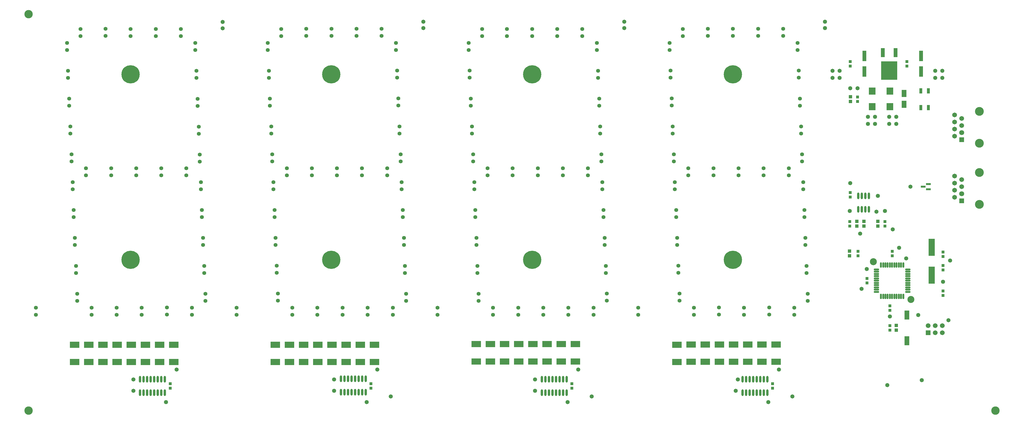
<source format=gts>
%FSLAX24Y24*%
%MOIN*%
G70*
G01*
G75*
G04 Layer_Color=8388736*
%ADD10R,0.1299X0.0787*%
%ADD11R,0.0866X0.0925*%
%ADD12R,0.0610X0.0925*%
%ADD13R,0.0335X0.0335*%
%ADD14R,0.0394X0.0394*%
%ADD15O,0.0236X0.0866*%
%ADD16O,0.0236X0.0866*%
%ADD17R,0.0787X0.2362*%
%ADD18R,0.0354X0.0354*%
%ADD19R,0.0630X0.1181*%
%ADD20C,0.0394*%
%ADD21R,0.0335X0.0669*%
%ADD22R,0.0472X0.1378*%
%ADD23R,0.2185X0.2559*%
%ADD24R,0.0492X0.1201*%
%ADD25O,0.0689X0.0217*%
%ADD26O,0.0217X0.0689*%
%ADD27R,0.0630X0.0236*%
%ADD28R,0.0630X0.0236*%
%ADD29C,0.0150*%
%ADD30C,0.0250*%
%ADD31C,0.0500*%
%ADD32C,0.0100*%
%ADD33C,0.0300*%
%ADD34C,0.2500*%
%ADD35C,0.0472*%
%ADD36R,0.0591X0.0591*%
%ADD37C,0.0591*%
%ADD38C,0.0472*%
%ADD39C,0.0591*%
%ADD40R,0.0591X0.0591*%
%ADD41C,0.0630*%
%ADD42C,0.1161*%
%ADD43C,0.0500*%
%ADD44C,0.0098*%
%ADD45C,0.0236*%
%ADD46C,0.0079*%
%ADD47R,0.1379X0.0867*%
%ADD48R,0.0946X0.1005*%
%ADD49R,0.0690X0.1005*%
%ADD50R,0.0415X0.0415*%
%ADD51R,0.0474X0.0474*%
%ADD52O,0.0316X0.0946*%
%ADD53O,0.0316X0.0946*%
%ADD54R,0.0867X0.2442*%
%ADD55R,0.0434X0.0434*%
%ADD56R,0.0710X0.1261*%
%ADD57C,0.0984*%
%ADD58R,0.0415X0.0749*%
%ADD59R,0.0552X0.1458*%
%ADD60R,0.2265X0.2639*%
%ADD61R,0.0572X0.1281*%
%ADD62C,0.1181*%
%ADD63O,0.0769X0.0297*%
%ADD64O,0.0297X0.0769*%
%ADD65R,0.0710X0.0316*%
%ADD66R,0.0710X0.0316*%
%ADD67C,0.2580*%
%ADD68C,0.0552*%
%ADD69R,0.0671X0.0671*%
%ADD70C,0.0671*%
%ADD71C,0.0552*%
%ADD72C,0.0671*%
%ADD73R,0.0671X0.0671*%
%ADD74C,0.0710*%
%ADD75C,0.1241*%
%ADD76C,0.0580*%
D47*
X73000Y52820D02*
D03*
Y50380D02*
D03*
X162040Y50409D02*
D03*
Y52850D02*
D03*
X164040Y50409D02*
D03*
Y52850D02*
D03*
X160040Y50409D02*
D03*
Y52850D02*
D03*
X172040Y50409D02*
D03*
Y52850D02*
D03*
X158040Y50380D02*
D03*
Y52820D02*
D03*
X131700Y52900D02*
D03*
Y50459D02*
D03*
X135700D02*
D03*
Y52900D02*
D03*
X139700Y52900D02*
D03*
Y50459D02*
D03*
X103340Y52820D02*
D03*
Y50380D02*
D03*
X105340Y52820D02*
D03*
Y50380D02*
D03*
X107340Y52820D02*
D03*
Y50380D02*
D03*
X111340Y52820D02*
D03*
Y50380D02*
D03*
X113340D02*
D03*
Y52820D02*
D03*
X115340D02*
D03*
Y50380D02*
D03*
X166040Y52850D02*
D03*
Y50409D02*
D03*
X168040Y52850D02*
D03*
Y50409D02*
D03*
X170040Y52850D02*
D03*
Y50409D02*
D03*
X87000Y52820D02*
D03*
Y50380D02*
D03*
X85000D02*
D03*
Y52820D02*
D03*
X83000D02*
D03*
Y50380D02*
D03*
X81000Y50380D02*
D03*
Y52820D02*
D03*
X79000Y50380D02*
D03*
Y52820D02*
D03*
X77000Y50380D02*
D03*
Y52820D02*
D03*
X75000Y50380D02*
D03*
Y52820D02*
D03*
X143700Y50459D02*
D03*
Y52900D02*
D03*
X141700Y50459D02*
D03*
Y52900D02*
D03*
X137700Y50459D02*
D03*
Y52900D02*
D03*
X133700Y50459D02*
D03*
Y52900D02*
D03*
X129700Y52900D02*
D03*
Y50459D02*
D03*
X101340Y52820D02*
D03*
Y50380D02*
D03*
X109340D02*
D03*
Y52820D02*
D03*
D48*
X185600Y86448D02*
D03*
Y88652D02*
D03*
X188100Y86448D02*
D03*
Y88652D02*
D03*
D49*
X190100Y86772D02*
D03*
Y88328D02*
D03*
D50*
X183550Y87185D02*
D03*
Y87815D02*
D03*
X182450Y69585D02*
D03*
Y70215D02*
D03*
X187400Y69585D02*
D03*
Y70215D02*
D03*
X183600Y66015D02*
D03*
Y65385D02*
D03*
D51*
X182550Y87835D02*
D03*
Y87165D02*
D03*
X184450Y69565D02*
D03*
Y70235D02*
D03*
X183450D02*
D03*
Y69565D02*
D03*
X186400Y70235D02*
D03*
Y69565D02*
D03*
X182400Y65365D02*
D03*
Y66035D02*
D03*
X189000Y55535D02*
D03*
Y54865D02*
D03*
D52*
X183650Y71955D02*
D03*
X184150D02*
D03*
X184650D02*
D03*
X185150D02*
D03*
X183650Y73845D02*
D03*
X184150D02*
D03*
X185150D02*
D03*
X170790Y47945D02*
D03*
X170290D02*
D03*
X169790D02*
D03*
X169290D02*
D03*
X168790D02*
D03*
X168290D02*
D03*
X167790D02*
D03*
X167290D02*
D03*
X170790Y46055D02*
D03*
X170290D02*
D03*
X169790D02*
D03*
X169290D02*
D03*
X168790D02*
D03*
X168290D02*
D03*
X167790D02*
D03*
X167290D02*
D03*
X140960Y46055D02*
D03*
X140460D02*
D03*
X139960D02*
D03*
Y47945D02*
D03*
X140460D02*
D03*
X140960D02*
D03*
X141460D02*
D03*
X142460D02*
D03*
X141960D02*
D03*
X139460D02*
D03*
X138960D02*
D03*
Y46055D02*
D03*
X139460D02*
D03*
X141460D02*
D03*
X141960D02*
D03*
X142460D02*
D03*
X112590Y46110D02*
D03*
X112090D02*
D03*
X111590D02*
D03*
Y48000D02*
D03*
X112090D02*
D03*
X112590D02*
D03*
X113090D02*
D03*
X114090D02*
D03*
X113590D02*
D03*
X111090D02*
D03*
X110590D02*
D03*
Y46110D02*
D03*
X111090D02*
D03*
X113090D02*
D03*
X113590D02*
D03*
X114090D02*
D03*
X82250Y46055D02*
D03*
X82750D02*
D03*
X83250D02*
D03*
X83750D02*
D03*
X84250D02*
D03*
X84750D02*
D03*
X85250D02*
D03*
X85750D02*
D03*
X82250Y47945D02*
D03*
X82750D02*
D03*
X83250D02*
D03*
X83750D02*
D03*
X84250D02*
D03*
X84750D02*
D03*
X85250D02*
D03*
X85750D02*
D03*
D53*
X184650Y73845D02*
D03*
D54*
X194000Y66568D02*
D03*
Y62631D02*
D03*
D55*
X195600Y60415D02*
D03*
Y59785D02*
D03*
Y65285D02*
D03*
Y65915D02*
D03*
X188100Y55515D02*
D03*
Y54885D02*
D03*
X182500Y73685D02*
D03*
Y74315D02*
D03*
X188419Y65391D02*
D03*
Y66021D02*
D03*
X190500Y92815D02*
D03*
Y92185D02*
D03*
X182500Y92815D02*
D03*
Y92185D02*
D03*
X195600Y63385D02*
D03*
Y64015D02*
D03*
X188100Y57685D02*
D03*
Y58315D02*
D03*
X184869Y62171D02*
D03*
Y61541D02*
D03*
X143200Y47315D02*
D03*
Y46685D02*
D03*
X114840D02*
D03*
Y47315D02*
D03*
X86500D02*
D03*
Y46685D02*
D03*
X171540D02*
D03*
Y47315D02*
D03*
D56*
X190500Y57007D02*
D03*
Y53393D02*
D03*
D57*
X191070Y59210D02*
D03*
X185760Y64530D02*
D03*
D58*
X192474Y88681D02*
D03*
X193526D02*
D03*
Y86319D02*
D03*
X192474D02*
D03*
D59*
X184500Y93600D02*
D03*
Y91400D02*
D03*
X192500Y93600D02*
D03*
Y91400D02*
D03*
D60*
X188000Y91555D02*
D03*
D61*
X187098Y94094D02*
D03*
X188902D02*
D03*
D62*
X66500Y43500D02*
D03*
Y99500D02*
D03*
X203000Y43500D02*
D03*
D63*
X190635Y60296D02*
D03*
Y60611D02*
D03*
Y60926D02*
D03*
Y61241D02*
D03*
Y61556D02*
D03*
Y61870D02*
D03*
Y62185D02*
D03*
Y62500D02*
D03*
Y62815D02*
D03*
Y63130D02*
D03*
Y63445D02*
D03*
X186187D02*
D03*
Y63130D02*
D03*
Y62815D02*
D03*
Y62500D02*
D03*
Y62185D02*
D03*
Y61870D02*
D03*
Y61556D02*
D03*
Y61241D02*
D03*
Y60926D02*
D03*
Y60611D02*
D03*
Y60296D02*
D03*
D64*
X189986Y64095D02*
D03*
X189671D02*
D03*
X189356D02*
D03*
X189041D02*
D03*
X188726D02*
D03*
X188411D02*
D03*
X188096D02*
D03*
X187781D02*
D03*
X187466D02*
D03*
X187151D02*
D03*
X186836D02*
D03*
Y59646D02*
D03*
X187151D02*
D03*
X187466D02*
D03*
X187781D02*
D03*
X188096D02*
D03*
X188411D02*
D03*
X188726D02*
D03*
X189041D02*
D03*
X189356D02*
D03*
X189671D02*
D03*
X189986D02*
D03*
D65*
X192817Y75150D02*
D03*
X193526Y75524D02*
D03*
D66*
X193526Y74776D02*
D03*
D67*
X165940Y91000D02*
D03*
Y64800D02*
D03*
X80900D02*
D03*
Y91000D02*
D03*
X137600Y64800D02*
D03*
Y91000D02*
D03*
X109240Y64800D02*
D03*
Y91000D02*
D03*
D68*
X130520Y96420D02*
D03*
Y97420D02*
D03*
X147360Y78700D02*
D03*
Y79700D02*
D03*
X129260Y78720D02*
D03*
Y79720D02*
D03*
X130040Y59020D02*
D03*
Y60020D02*
D03*
X148140Y59040D02*
D03*
Y60040D02*
D03*
X132080Y57060D02*
D03*
Y58060D02*
D03*
X102160Y96420D02*
D03*
Y97420D02*
D03*
X100900Y78720D02*
D03*
Y79720D02*
D03*
X101700Y59040D02*
D03*
Y60040D02*
D03*
X134040Y96420D02*
D03*
Y97420D02*
D03*
X147200Y82660D02*
D03*
Y83660D02*
D03*
X129880Y62960D02*
D03*
Y63960D02*
D03*
X148000Y62960D02*
D03*
Y63960D02*
D03*
X135620Y57060D02*
D03*
Y58060D02*
D03*
X105700Y96440D02*
D03*
Y97440D02*
D03*
X100760Y82640D02*
D03*
Y83640D02*
D03*
X101540Y62980D02*
D03*
Y63980D02*
D03*
X156990Y95450D02*
D03*
Y94450D02*
D03*
X157140Y91550D02*
D03*
Y90550D02*
D03*
X128620Y95460D02*
D03*
Y94460D02*
D03*
X129420Y75780D02*
D03*
Y74780D02*
D03*
X145480Y77740D02*
D03*
Y76740D02*
D03*
X100280Y95460D02*
D03*
Y94460D02*
D03*
X117120Y77740D02*
D03*
Y76740D02*
D03*
X158860Y96420D02*
D03*
Y97420D02*
D03*
X159640Y77740D02*
D03*
Y76740D02*
D03*
X173820Y77740D02*
D03*
Y76740D02*
D03*
X162400Y96430D02*
D03*
Y97430D02*
D03*
X163200Y77760D02*
D03*
Y76760D02*
D03*
X166720Y77740D02*
D03*
Y76740D02*
D03*
X170280Y77740D02*
D03*
Y76740D02*
D03*
X157290Y86600D02*
D03*
Y87600D02*
D03*
X157440Y82650D02*
D03*
Y83650D02*
D03*
X157590Y78700D02*
D03*
Y79700D02*
D03*
X157750Y75780D02*
D03*
Y74780D02*
D03*
X157920Y71840D02*
D03*
Y70840D02*
D03*
X158080Y67900D02*
D03*
Y66900D02*
D03*
X158240Y63970D02*
D03*
Y62970D02*
D03*
X160430Y58060D02*
D03*
Y57060D02*
D03*
X163980Y58070D02*
D03*
Y57070D02*
D03*
X167510Y58060D02*
D03*
Y57060D02*
D03*
X171060Y58070D02*
D03*
Y57070D02*
D03*
X174610Y58060D02*
D03*
Y57060D02*
D03*
X176500Y60020D02*
D03*
Y59020D02*
D03*
X176340Y63960D02*
D03*
Y62960D02*
D03*
X176180Y67900D02*
D03*
Y66900D02*
D03*
X176020Y71840D02*
D03*
Y70840D02*
D03*
X175860Y75780D02*
D03*
Y74780D02*
D03*
X175700Y79700D02*
D03*
Y78700D02*
D03*
X175560Y83660D02*
D03*
Y82660D02*
D03*
X175400Y87570D02*
D03*
Y86570D02*
D03*
X175240Y91530D02*
D03*
Y90530D02*
D03*
X175070Y95460D02*
D03*
Y94460D02*
D03*
X152560Y58060D02*
D03*
Y57060D02*
D03*
X146260Y58060D02*
D03*
Y57060D02*
D03*
X142700Y58040D02*
D03*
Y57040D02*
D03*
X139160Y58060D02*
D03*
Y57060D02*
D03*
X129720Y67900D02*
D03*
Y66900D02*
D03*
X129560Y71840D02*
D03*
Y70840D02*
D03*
X131300Y77740D02*
D03*
Y76740D02*
D03*
X134840Y77740D02*
D03*
Y76740D02*
D03*
X138400Y77740D02*
D03*
Y76740D02*
D03*
X141920Y77740D02*
D03*
Y76740D02*
D03*
X137600Y97420D02*
D03*
Y96420D02*
D03*
X141140Y97420D02*
D03*
Y96420D02*
D03*
X144680Y97420D02*
D03*
Y96420D02*
D03*
X128780Y91540D02*
D03*
Y90540D02*
D03*
X128940Y87580D02*
D03*
Y86580D02*
D03*
X129100Y83660D02*
D03*
Y82660D02*
D03*
X147060Y87580D02*
D03*
Y86580D02*
D03*
X146900Y91520D02*
D03*
Y90520D02*
D03*
X146720Y95460D02*
D03*
Y94460D02*
D03*
X147500Y75780D02*
D03*
Y74780D02*
D03*
X147680Y71840D02*
D03*
Y70840D02*
D03*
X147840Y67900D02*
D03*
Y66900D02*
D03*
X100440Y91520D02*
D03*
Y90520D02*
D03*
X100580Y87580D02*
D03*
Y86580D02*
D03*
X101060Y75780D02*
D03*
Y74780D02*
D03*
X101220Y71840D02*
D03*
Y70840D02*
D03*
X101380Y67900D02*
D03*
Y66900D02*
D03*
X109260Y97440D02*
D03*
Y96440D02*
D03*
X112800Y97440D02*
D03*
Y96440D02*
D03*
X116340Y97440D02*
D03*
Y96440D02*
D03*
X118380Y95460D02*
D03*
Y94460D02*
D03*
X118540Y91540D02*
D03*
Y90540D02*
D03*
X118700Y87600D02*
D03*
Y86600D02*
D03*
X118860Y83640D02*
D03*
Y82640D02*
D03*
X119020Y79720D02*
D03*
Y78720D02*
D03*
X113580Y77760D02*
D03*
Y76760D02*
D03*
X110040Y77740D02*
D03*
Y76740D02*
D03*
X106500Y77740D02*
D03*
Y76740D02*
D03*
X102960Y77740D02*
D03*
Y76740D02*
D03*
X119160Y75780D02*
D03*
Y74780D02*
D03*
X119340Y71840D02*
D03*
Y70840D02*
D03*
X119500Y67920D02*
D03*
Y66920D02*
D03*
X119640Y63960D02*
D03*
Y62960D02*
D03*
X119800Y60020D02*
D03*
Y59020D02*
D03*
X117920Y58060D02*
D03*
Y57060D02*
D03*
X114380Y58060D02*
D03*
Y57060D02*
D03*
X110820Y58060D02*
D03*
Y57060D02*
D03*
X107280Y58060D02*
D03*
Y57060D02*
D03*
X103740Y58060D02*
D03*
Y57060D02*
D03*
X95860Y58060D02*
D03*
Y57060D02*
D03*
X124220Y58060D02*
D03*
Y57060D02*
D03*
X73820Y97420D02*
D03*
Y96420D02*
D03*
X77360Y97440D02*
D03*
X80900Y97420D02*
D03*
Y96420D02*
D03*
X84460Y97420D02*
D03*
Y96420D02*
D03*
X88000Y97400D02*
D03*
Y96400D02*
D03*
X71920Y95460D02*
D03*
Y94460D02*
D03*
X72080Y91520D02*
D03*
Y90520D02*
D03*
X72240Y87580D02*
D03*
Y86580D02*
D03*
X72400Y83640D02*
D03*
Y82640D02*
D03*
X72560Y79700D02*
D03*
Y78700D02*
D03*
X72720Y75780D02*
D03*
Y74780D02*
D03*
X72880Y71840D02*
D03*
Y70840D02*
D03*
X73040Y67900D02*
D03*
Y66900D02*
D03*
X73200Y63960D02*
D03*
Y62960D02*
D03*
X73360Y60020D02*
D03*
Y59020D02*
D03*
X67520Y57060D02*
D03*
Y58060D02*
D03*
X90040Y95440D02*
D03*
Y94440D02*
D03*
X90200Y91500D02*
D03*
Y90500D02*
D03*
X90360Y87560D02*
D03*
Y86560D02*
D03*
X90520Y83620D02*
D03*
Y82620D02*
D03*
X90680Y79680D02*
D03*
Y78680D02*
D03*
X88780Y77740D02*
D03*
Y76740D02*
D03*
X85240Y77740D02*
D03*
Y76740D02*
D03*
X81700Y77740D02*
D03*
Y76740D02*
D03*
X78160Y77740D02*
D03*
Y76740D02*
D03*
X74600Y77740D02*
D03*
Y76740D02*
D03*
X75400Y58060D02*
D03*
X78940Y57060D02*
D03*
Y58060D02*
D03*
X82480Y57060D02*
D03*
Y58060D02*
D03*
X86020Y57080D02*
D03*
Y58080D02*
D03*
X89560Y57060D02*
D03*
Y58060D02*
D03*
X90820Y75780D02*
D03*
Y74780D02*
D03*
X90980Y71840D02*
D03*
Y70840D02*
D03*
X91140Y67900D02*
D03*
Y66900D02*
D03*
X91300Y63960D02*
D03*
Y62960D02*
D03*
X91460Y60020D02*
D03*
X165940Y96430D02*
D03*
Y97430D02*
D03*
X169490Y96430D02*
D03*
Y97430D02*
D03*
X173030Y96430D02*
D03*
Y97430D02*
D03*
X158390Y60040D02*
D03*
Y59040D02*
D03*
D69*
X193500Y54500D02*
D03*
D70*
Y55500D02*
D03*
X194500Y54500D02*
D03*
Y55500D02*
D03*
X195500Y54500D02*
D03*
Y55500D02*
D03*
D71*
X77360Y96440D02*
D03*
X75400Y57060D02*
D03*
X91460Y59020D02*
D03*
D72*
X197250Y85284D02*
D03*
Y82284D02*
D03*
X198250Y84784D02*
D03*
X197250Y84284D02*
D03*
Y83284D02*
D03*
X198250Y83784D02*
D03*
X197250Y73650D02*
D03*
Y76650D02*
D03*
X198250Y76150D02*
D03*
X197250Y74650D02*
D03*
X198250Y75150D02*
D03*
X197250Y75650D02*
D03*
D73*
X198250Y81784D02*
D03*
X198250Y73150D02*
D03*
D74*
X198250Y82784D02*
D03*
X198250Y74150D02*
D03*
D75*
X200750Y81284D02*
D03*
Y85784D02*
D03*
X200750Y72650D02*
D03*
Y77150D02*
D03*
D76*
X85900Y44700D02*
D03*
X81300Y46300D02*
D03*
X87400Y49300D02*
D03*
X166640Y47900D02*
D03*
X166340Y46300D02*
D03*
X170940Y44700D02*
D03*
X172440Y49300D02*
D03*
X187400Y71700D02*
D03*
X187500Y92000D02*
D03*
X188500D02*
D03*
X187500Y91000D02*
D03*
X188500D02*
D03*
X191000Y75150D02*
D03*
X183550Y89050D02*
D03*
X182500D02*
D03*
X187750Y47100D02*
D03*
X182450Y71700D02*
D03*
X182500Y75650D02*
D03*
X186400Y73850D02*
D03*
X194500Y90500D02*
D03*
X195500D02*
D03*
Y91500D02*
D03*
X194500D02*
D03*
X180000D02*
D03*
X181000D02*
D03*
Y90500D02*
D03*
X180000D02*
D03*
X183900Y68500D02*
D03*
X189400Y66500D02*
D03*
X184100Y60700D02*
D03*
X195600Y61700D02*
D03*
X196600Y64700D02*
D03*
X192100Y57000D02*
D03*
X185000Y85000D02*
D03*
X186000D02*
D03*
Y84000D02*
D03*
X185000D02*
D03*
X188000D02*
D03*
X189000D02*
D03*
Y85000D02*
D03*
X188000D02*
D03*
X190400Y65000D02*
D03*
X184830Y63510D02*
D03*
X188500Y69100D02*
D03*
X186200Y71600D02*
D03*
X188100Y56800D02*
D03*
X178950Y97550D02*
D03*
Y98450D02*
D03*
X150610D02*
D03*
Y97550D02*
D03*
X144100Y49300D02*
D03*
X142600Y44700D02*
D03*
X138000Y46300D02*
D03*
Y47900D02*
D03*
X122250Y98450D02*
D03*
Y97550D02*
D03*
X114240Y44700D02*
D03*
X109640Y46300D02*
D03*
X115740Y49300D02*
D03*
X109640Y47900D02*
D03*
X93910Y97510D02*
D03*
Y98410D02*
D03*
X174350Y45500D02*
D03*
X192600Y47800D02*
D03*
X146010Y45500D02*
D03*
X117650D02*
D03*
X196374Y56276D02*
D03*
X81300Y47900D02*
D03*
M02*

</source>
